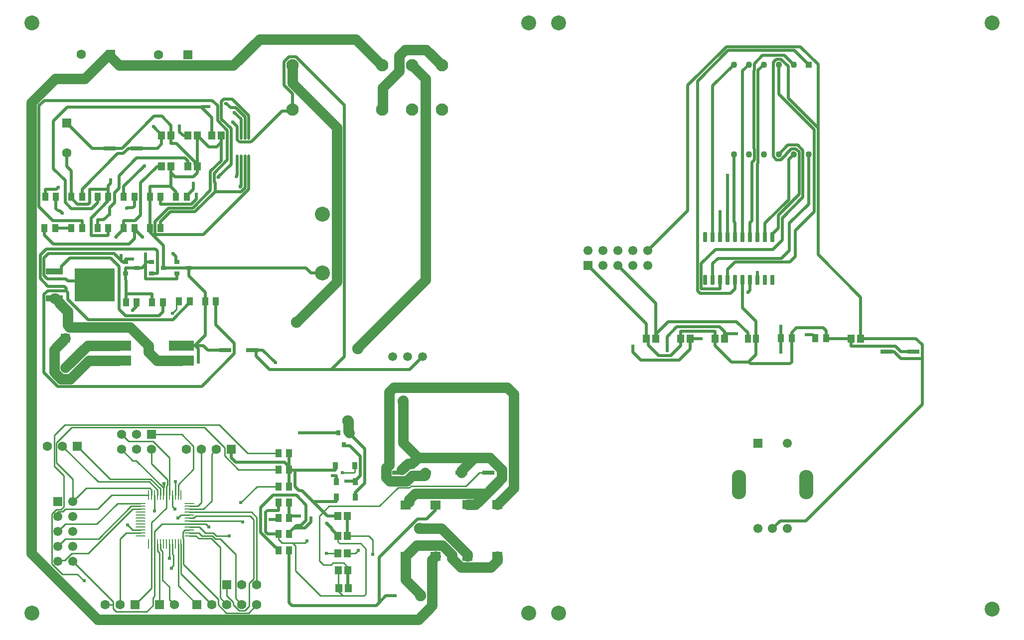
<source format=gtl>
G04*
G04 #@! TF.GenerationSoftware,Altium Limited,Altium Designer,23.2.1 (34)*
G04*
G04 Layer_Physical_Order=1*
G04 Layer_Color=255*
%FSLAX25Y25*%
%MOIN*%
G70*
G04*
G04 #@! TF.SameCoordinates,A037187A-46A6-4B3A-B22B-D3DDD371AF81*
G04*
G04*
G04 #@! TF.FilePolarity,Positive*
G04*
G01*
G75*
%ADD20R,0.04349X0.05339*%
%ADD22R,0.05136X0.05733*%
G04:AMPARAMS|DCode=29|XSize=9.94mil|YSize=65.17mil|CornerRadius=4.97mil|HoleSize=0mil|Usage=FLASHONLY|Rotation=0.000|XOffset=0mil|YOffset=0mil|HoleType=Round|Shape=RoundedRectangle|*
%AMROUNDEDRECTD29*
21,1,0.00994,0.05523,0,0,0.0*
21,1,0.00000,0.06517,0,0,0.0*
1,1,0.00994,0.00000,-0.02761*
1,1,0.00994,0.00000,-0.02761*
1,1,0.00994,0.00000,0.02761*
1,1,0.00994,0.00000,0.02761*
%
%ADD29ROUNDEDRECTD29*%
G04:AMPARAMS|DCode=30|XSize=65.17mil|YSize=9.94mil|CornerRadius=4.97mil|HoleSize=0mil|Usage=FLASHONLY|Rotation=0.000|XOffset=0mil|YOffset=0mil|HoleType=Round|Shape=RoundedRectangle|*
%AMROUNDEDRECTD30*
21,1,0.06517,0.00000,0,0,0.0*
21,1,0.05523,0.00994,0,0,0.0*
1,1,0.00994,0.02761,0.00000*
1,1,0.00994,-0.02761,0.00000*
1,1,0.00994,-0.02761,0.00000*
1,1,0.00994,0.02761,0.00000*
%
%ADD30ROUNDEDRECTD30*%
%ADD31R,0.06517X0.00994*%
%ADD35C,0.06102*%
%ADD36R,0.06102X0.06102*%
G04:AMPARAMS|DCode=37|XSize=94.49mil|YSize=196.85mil|CornerRadius=47.24mil|HoleSize=0mil|Usage=FLASHONLY|Rotation=0.000|XOffset=0mil|YOffset=0mil|HoleType=Round|Shape=RoundedRectangle|*
%AMROUNDEDRECTD37*
21,1,0.09449,0.10236,0,0,0.0*
21,1,0.00000,0.19685,0,0,0.0*
1,1,0.09449,0.00000,-0.05118*
1,1,0.09449,0.00000,-0.05118*
1,1,0.09449,0.00000,0.05118*
1,1,0.09449,0.00000,0.05118*
%
%ADD37ROUNDEDRECTD37*%
%ADD43R,0.06181X0.06181*%
%ADD44C,0.06181*%
%ADD49R,0.04134X0.05709*%
G04:AMPARAMS|DCode=50|XSize=23.62mil|YSize=64.96mil|CornerRadius=2.01mil|HoleSize=0mil|Usage=FLASHONLY|Rotation=0.000|XOffset=0mil|YOffset=0mil|HoleType=Round|Shape=RoundedRectangle|*
%AMROUNDEDRECTD50*
21,1,0.02362,0.06095,0,0,0.0*
21,1,0.01961,0.06496,0,0,0.0*
1,1,0.00402,0.00980,-0.03047*
1,1,0.00402,-0.00980,-0.03047*
1,1,0.00402,-0.00980,0.03047*
1,1,0.00402,0.00980,0.03047*
%
%ADD50ROUNDEDRECTD50*%
%ADD51R,0.07874X0.03150*%
%ADD52R,0.03543X0.03150*%
%ADD53R,0.11221X0.03937*%
%ADD54R,0.27165X0.22244*%
%ADD55R,0.03150X0.03543*%
%ADD56R,0.16811X0.07008*%
%ADD57O,0.01772X0.06693*%
%ADD58R,0.03583X0.04803*%
%ADD59R,0.06693X0.05906*%
%ADD60C,0.02000*%
%ADD61C,0.07000*%
%ADD62C,0.00900*%
%ADD63C,0.04331*%
%ADD64R,0.04331X0.04331*%
%ADD65C,0.10000*%
%ADD66C,0.08268*%
%ADD67R,0.06102X0.06102*%
%ADD68R,0.06299X0.06299*%
%ADD69C,0.06299*%
%ADD70R,0.06299X0.06299*%
%ADD71C,0.05980*%
%ADD72C,0.02400*%
%ADD73C,0.07500*%
D20*
X494401Y193500D02*
D03*
X488883D02*
D03*
D22*
X466989D02*
D03*
X473294D02*
D03*
X443989D02*
D03*
X450294D02*
D03*
X420989D02*
D03*
X427294D02*
D03*
X557989D02*
D03*
X564294D02*
D03*
X214847Y75000D02*
D03*
X221153D02*
D03*
Y50000D02*
D03*
X214847D02*
D03*
X120653Y309000D02*
D03*
X114347D02*
D03*
X103153D02*
D03*
X96847D02*
D03*
X214847Y61500D02*
D03*
X221153D02*
D03*
X215000Y38500D02*
D03*
X221305D02*
D03*
X215347Y26500D02*
D03*
X221653D02*
D03*
X136653Y329500D02*
D03*
X130347D02*
D03*
X120653D02*
D03*
X114347D02*
D03*
X103153D02*
D03*
X96847D02*
D03*
D29*
X88173Y88742D02*
D03*
X90142D02*
D03*
X92110D02*
D03*
X94079D02*
D03*
X96047D02*
D03*
X98016D02*
D03*
X99984D02*
D03*
X101953D02*
D03*
X103921D02*
D03*
X105890D02*
D03*
X107858D02*
D03*
X109827D02*
D03*
Y56258D02*
D03*
X107858D02*
D03*
X105890D02*
D03*
X103921D02*
D03*
X101953D02*
D03*
X99984D02*
D03*
X98016D02*
D03*
X96047D02*
D03*
X94079D02*
D03*
X92110D02*
D03*
X90142D02*
D03*
X88173D02*
D03*
D30*
X115242Y83327D02*
D03*
Y81358D02*
D03*
Y79390D02*
D03*
Y77421D02*
D03*
Y75453D02*
D03*
Y73484D02*
D03*
Y71516D02*
D03*
Y69547D02*
D03*
Y67579D02*
D03*
Y65610D02*
D03*
Y63642D02*
D03*
Y61673D02*
D03*
X82758D02*
D03*
Y63642D02*
D03*
Y65610D02*
D03*
Y67579D02*
D03*
Y69547D02*
D03*
Y71516D02*
D03*
Y73484D02*
D03*
Y75453D02*
D03*
Y77421D02*
D03*
Y79390D02*
D03*
Y81358D02*
D03*
D31*
Y83327D02*
D03*
D35*
X515343Y123559D02*
D03*
X495657Y66472D02*
D03*
X505500D02*
D03*
X515343D02*
D03*
X392142Y242500D02*
D03*
X402142D02*
D03*
X412142D02*
D03*
X422142D02*
D03*
X382142Y252500D02*
D03*
X392142D02*
D03*
X402142D02*
D03*
X412142D02*
D03*
X422142D02*
D03*
X37500Y44500D02*
D03*
Y54500D02*
D03*
Y64500D02*
D03*
Y74500D02*
D03*
Y84500D02*
D03*
X27500Y44500D02*
D03*
Y54500D02*
D03*
Y64500D02*
D03*
Y74500D02*
D03*
D36*
X495657Y123559D02*
D03*
X382142Y242500D02*
D03*
D37*
X483059Y96000D02*
D03*
X527941D02*
D03*
D43*
X90000Y129500D02*
D03*
X95500Y15500D02*
D03*
D44*
X80000Y129500D02*
D03*
X70000D02*
D03*
X90000Y119500D02*
D03*
X80000D02*
D03*
X70000D02*
D03*
X105500Y15500D02*
D03*
D49*
X541283Y194000D02*
D03*
X534000D02*
D03*
X518283D02*
D03*
X511000D02*
D03*
X182142Y94500D02*
D03*
X174858D02*
D03*
X182142Y106000D02*
D03*
X174858D02*
D03*
X125858Y218500D02*
D03*
X133142D02*
D03*
X108358D02*
D03*
X115642D02*
D03*
X90358Y218000D02*
D03*
X97642D02*
D03*
X72858D02*
D03*
X80142D02*
D03*
X182142Y117000D02*
D03*
X174858D02*
D03*
X88858Y267500D02*
D03*
X96142D02*
D03*
X71358D02*
D03*
X78642D02*
D03*
X53858D02*
D03*
X61142D02*
D03*
X36358D02*
D03*
X43642D02*
D03*
X18358D02*
D03*
X25642D02*
D03*
X174858Y84000D02*
D03*
X182142D02*
D03*
X106358Y288500D02*
D03*
X113642D02*
D03*
X88858D02*
D03*
X96142D02*
D03*
X174858Y73500D02*
D03*
X182142D02*
D03*
X174858Y63000D02*
D03*
X182142D02*
D03*
X71358Y288500D02*
D03*
X78642D02*
D03*
X53858D02*
D03*
X61142D02*
D03*
X174858Y52000D02*
D03*
X182142D02*
D03*
X36358Y288500D02*
D03*
X43642D02*
D03*
X18858D02*
D03*
X26142D02*
D03*
D50*
X505500Y261543D02*
D03*
X500500D02*
D03*
X495500D02*
D03*
X490500D02*
D03*
X485500D02*
D03*
X480500D02*
D03*
X475500D02*
D03*
X470500D02*
D03*
X465500D02*
D03*
X460500D02*
D03*
X505500Y233000D02*
D03*
X500500D02*
D03*
X495500D02*
D03*
X490500D02*
D03*
X485500D02*
D03*
X480500D02*
D03*
X475500D02*
D03*
X470500D02*
D03*
X465500D02*
D03*
X460500D02*
D03*
D51*
X581642Y185000D02*
D03*
X599642D02*
D03*
X157500Y186000D02*
D03*
X139500D02*
D03*
X315500Y103835D02*
D03*
X297500D02*
D03*
X273000D02*
D03*
X255000D02*
D03*
X80000Y321000D02*
D03*
X62000D02*
D03*
D52*
X107063Y244740D02*
D03*
Y237260D02*
D03*
X114937Y241000D02*
D03*
X90063Y244740D02*
D03*
Y237260D02*
D03*
X97937Y241000D02*
D03*
X72563Y244740D02*
D03*
Y237260D02*
D03*
X80437Y241000D02*
D03*
D53*
X25177Y238476D02*
D03*
Y220524D02*
D03*
D54*
X51949Y229500D02*
D03*
D55*
X222480Y130500D02*
D03*
X215000D02*
D03*
X218740Y122626D02*
D03*
D56*
X109886Y179000D02*
D03*
Y189000D02*
D03*
X68114D02*
D03*
Y179000D02*
D03*
D57*
X155118Y330000D02*
D03*
X152559D02*
D03*
X150000D02*
D03*
X147441D02*
D03*
X155118Y313465D02*
D03*
X152559D02*
D03*
X150000D02*
D03*
X147441D02*
D03*
D58*
X213063Y108500D02*
D03*
X225937D02*
D03*
X213563Y98005D02*
D03*
X226437D02*
D03*
X213563Y87500D02*
D03*
X226437D02*
D03*
D59*
X321500Y48000D02*
D03*
X301500D02*
D03*
Y82500D02*
D03*
X321500D02*
D03*
X280000Y47835D02*
D03*
X260000D02*
D03*
Y82335D02*
D03*
X280000D02*
D03*
D60*
X186133Y105500D02*
X213063D01*
X182642D02*
X186133D01*
X182142Y106000D02*
X182642Y105500D01*
X139392Y351000D02*
X140108D01*
X143013Y348095D01*
X146223D01*
X152559Y341759D01*
X123908Y349000D02*
X128500D01*
X123408Y348500D02*
X123908Y349000D01*
X535900Y249700D02*
Y334436D01*
Y249700D02*
X564300Y221300D01*
Y205100D02*
Y221300D01*
X402142Y242500D02*
X427294Y217347D01*
X535900Y334436D02*
Y377194D01*
X524094Y389000D02*
X535900Y377194D01*
X474764Y389000D02*
X524094D01*
X448846Y363081D02*
X474764Y389000D01*
X448846Y279204D02*
Y363081D01*
X422142Y252500D02*
X448846Y279204D01*
X455300Y225400D02*
Y366000D01*
X475800Y386500D01*
X520142D01*
X529642Y377000D01*
X508124Y380665D02*
X511160D01*
X515976Y375849D01*
X498793Y383165D02*
X513476D01*
X505976Y378518D02*
X508124Y380665D01*
X493307Y377680D02*
X498793Y383165D01*
X513476D02*
X519642Y377000D01*
X509500Y267610D02*
Y276265D01*
X505500Y263610D02*
X509500Y267610D01*
X514642Y317184D02*
X518124Y320665D01*
X508124Y313335D02*
X511160D01*
X505976Y315482D02*
X508124Y313335D01*
X521160Y320665D02*
X523307Y318518D01*
X505976Y315482D02*
Y378518D01*
X515976Y354359D02*
Y375849D01*
Y354359D02*
X535900Y334436D01*
X511160Y313335D02*
X514642Y316816D01*
Y317184D01*
X525807Y288107D02*
Y319554D01*
X533400Y278600D02*
Y333400D01*
X509642Y317000D02*
X515807Y323165D01*
X529642Y283642D02*
Y317000D01*
X515807Y323165D02*
X522196D01*
X509500Y276265D02*
X523307Y290072D01*
X518124Y320665D02*
X521160D01*
X505500Y261543D02*
Y263610D01*
X512000Y274300D02*
X525807Y288107D01*
X522196Y323165D02*
X525807Y319554D01*
X516800Y270800D02*
X529642Y283642D01*
X523307Y290072D02*
Y318518D01*
X512000Y259400D02*
Y274300D01*
X505800Y253200D02*
X512000Y259400D01*
X500500Y261543D02*
Y270800D01*
X516200Y286500D02*
Y313558D01*
X500500Y270800D02*
X516200Y286500D01*
Y313558D02*
X519642Y317000D01*
X517000Y244700D02*
X520800Y248500D01*
X509642Y357158D02*
X533400Y333400D01*
X520800Y248500D02*
Y266000D01*
X533400Y278600D01*
X480400Y244700D02*
X517000D01*
X509642Y357158D02*
Y377000D01*
X493000Y320700D02*
X493307Y320393D01*
X491600Y311593D02*
X493307Y313300D01*
X493000Y372993D02*
X493307Y373300D01*
Y313300D02*
Y320393D01*
Y373300D02*
Y377680D01*
X495807Y310835D02*
Y373165D01*
X499642Y377000D01*
X493000Y320700D02*
Y372993D01*
X541283Y193500D02*
X557989D01*
X419744Y191956D02*
X422110D01*
X198163Y84500D02*
X213563D01*
X159900Y182000D02*
Y186000D01*
X605600Y180300D02*
Y189400D01*
Y149600D02*
Y180300D01*
X220000Y98300D02*
X226437D01*
X120700Y309000D02*
Y324300D01*
X119200Y189000D02*
X124700D01*
X119000D02*
X119200D01*
X473294Y198106D02*
X474400Y197000D01*
X470000Y201400D02*
X473294Y198106D01*
X182142Y75000D02*
X189000D01*
X86000Y243480D02*
Y245600D01*
Y233500D02*
Y243480D01*
X72563Y246900D02*
X77400D01*
X495500Y233000D02*
Y237800D01*
X490500Y225900D02*
Y233000D01*
X489100Y224500D02*
X490500Y225900D01*
X480500Y227000D02*
Y233000D01*
X477300Y223800D02*
X480500Y227000D01*
X456900Y223800D02*
X477300D01*
X455300Y225400D02*
X456900Y223800D01*
X475500Y233000D02*
Y239800D01*
X480400Y244700D01*
X467300Y253200D02*
X505800D01*
X457800Y243700D02*
X467300Y253200D01*
X457800Y227000D02*
Y243700D01*
Y227000D02*
X470500D01*
Y233000D01*
X465500D02*
Y243700D01*
X469000Y247200D01*
X511400D01*
X516800Y252600D01*
Y270800D01*
X465500Y261543D02*
Y362858D01*
X479642Y377000D01*
X475500Y261543D02*
Y302858D01*
X470500Y261543D02*
Y278400D01*
X479642Y271958D02*
Y317000D01*
Y271958D02*
X480500Y271100D01*
Y261543D02*
Y271100D01*
X485500Y261543D02*
Y372858D01*
X489642Y377000D01*
X495500Y261543D02*
Y310527D01*
X495807Y310835D01*
X490500Y261543D02*
Y271300D01*
X491600Y272400D01*
Y311593D01*
X382142Y242500D02*
X420989Y203653D01*
Y193500D02*
Y203653D01*
X518283Y177917D02*
Y194000D01*
X517112Y176745D02*
X518283Y177917D01*
X490755Y176745D02*
X517112D01*
X489500Y178000D02*
X490755Y176745D01*
X466989Y189000D02*
X477989Y178000D01*
X494401Y182901D02*
Y193500D01*
X489500Y178000D02*
X494401Y182901D01*
X477989Y178000D02*
X489500D01*
X466989Y189000D02*
Y193500D01*
X518283Y194000D02*
Y197636D01*
X521500Y200853D01*
X539330D01*
X541283Y198900D01*
Y194000D02*
Y198900D01*
X494401Y193500D02*
Y205200D01*
X485500Y214101D02*
X494401Y205200D01*
X485500Y214101D02*
Y233000D01*
X422110Y191956D02*
X422433Y191633D01*
Y189267D02*
Y191633D01*
Y189267D02*
X429400Y182300D01*
X437289D01*
X443989Y189000D01*
Y193500D01*
X466989D02*
Y198400D01*
X443989D02*
X466989D01*
X443989Y193500D02*
Y198400D01*
X541283Y193500D02*
Y194000D01*
X557989Y188600D02*
Y193500D01*
Y188600D02*
X587600D01*
X591200Y185000D01*
X599642D01*
X43642Y288500D02*
Y293642D01*
X67379Y317379D01*
X71000D01*
X74621Y321000D01*
X80000D01*
X94000D01*
X96847Y323847D01*
Y329500D01*
X213063Y105500D02*
Y108500D01*
X186133Y94500D02*
Y105500D01*
Y94500D02*
X188718Y91915D01*
X190748D01*
X205017Y77646D01*
X213563Y84500D02*
Y87500D01*
X198163Y84500D02*
X205017Y77646D01*
X207663Y75000D02*
X214847D01*
X205017Y77646D02*
X207663Y75000D01*
X221305Y38500D02*
X221479Y38326D01*
Y26674D02*
Y38326D01*
Y26674D02*
X221653Y26500D01*
X182142Y94500D02*
Y106000D01*
X143500Y113900D02*
Y119500D01*
Y113900D02*
X146500Y110900D01*
X179000D01*
X182142Y107758D01*
Y117000D01*
Y106000D02*
Y106879D01*
X164400Y186000D02*
X173000Y177400D01*
X159900Y186000D02*
X164400D01*
X168900Y173000D02*
X210500D01*
X186796Y382261D02*
X219100Y349958D01*
X182046Y382261D02*
X186796D01*
X157500Y186000D02*
X159900D01*
Y182000D02*
X168900Y173000D01*
X210500D02*
X219100Y181600D01*
Y349958D01*
X178687Y378903D02*
X182046Y382261D01*
X178687Y363100D02*
Y378903D01*
Y363100D02*
X184421Y357366D01*
Y347000D02*
Y357366D01*
X262843Y173000D02*
X271343Y181500D01*
X210500Y173000D02*
X262843D01*
X96847Y329500D02*
Y329798D01*
X91577Y335069D02*
X96847Y329798D01*
X144200Y338500D02*
X147327Y335373D01*
Y332346D02*
Y335373D01*
X183222Y345801D02*
X184421Y347000D01*
X177461Y345801D02*
X183222D01*
X157160Y325500D02*
X177461Y345801D01*
X156594Y325500D02*
X157160D01*
X156148Y325054D02*
X156594Y325500D01*
X148970Y325054D02*
X156148D01*
X147441Y326583D02*
X148970Y325054D01*
X147441Y326583D02*
Y330000D01*
X505500Y66472D02*
X510700Y71672D01*
X527672D01*
X605600Y149600D01*
X581642Y185000D02*
X586700D01*
X591400Y180300D01*
X605600D01*
X601500Y193500D02*
X605600Y189400D01*
X564294Y193500D02*
X601500D01*
X564294Y205094D02*
X564300Y205100D01*
X564294Y193500D02*
Y205094D01*
X155086Y313432D02*
X155118Y313465D01*
X155086Y293515D02*
Y313432D01*
X124617Y263046D02*
X155086Y293515D01*
X93412Y263046D02*
X124617D01*
X92475Y263983D02*
X93412Y263046D01*
X92475Y263983D02*
Y272010D01*
X101465Y281000D01*
X117677D01*
X129500Y292823D01*
Y305361D01*
X136653Y312514D01*
Y325053D01*
X133600Y322000D02*
X136653Y325053D01*
X128200Y322000D02*
X133600D01*
X136653Y325053D02*
Y329500D01*
X120700D02*
X128200Y322000D01*
X120653Y329500D02*
X120700D01*
X167672Y63000D02*
X174858D01*
X166500Y64172D02*
X167672Y63000D01*
X166500Y64172D02*
Y77428D01*
X167672Y78600D01*
X174858D01*
Y84000D01*
X121200Y177800D02*
Y187000D01*
X119200Y189000D02*
X121200Y187000D01*
X119000Y189000D02*
X125858Y195858D01*
X127700Y186000D02*
X139500D01*
X124700Y189000D02*
X127700Y186000D01*
X125858Y195858D02*
Y218500D01*
X109886Y189000D02*
X119000D01*
X125858Y218500D02*
Y224679D01*
X114937Y235600D02*
X125858Y224679D01*
X114937Y235600D02*
Y241000D01*
X97937D02*
X114937D01*
X193300D01*
X196800Y237500D01*
X204500D01*
X97937Y241000D02*
Y255700D01*
X88858Y264779D02*
X97937Y255700D01*
X88858Y264779D02*
Y267500D01*
Y288500D01*
X214847Y61500D02*
Y61798D01*
X213279Y63367D02*
X214847Y61798D01*
X212981Y63367D02*
X213279D01*
X210552Y65795D02*
X212981Y63367D01*
X210552Y65795D02*
Y66650D01*
X207077Y70125D02*
X210552Y66650D01*
X219315Y121854D02*
X222610D01*
X218740Y122429D02*
X219315Y121854D01*
X218740Y122429D02*
Y122626D01*
X226437Y98005D02*
Y98300D01*
Y98615D01*
X229728Y101907D01*
Y114736D01*
X222610Y121854D02*
X229728Y114736D01*
X88858Y288500D02*
Y295600D01*
X102758D01*
X103153Y295206D01*
X105653Y302000D02*
X118153D01*
X120653Y304500D02*
Y309000D01*
X106358Y288500D02*
Y292000D01*
X103153Y295206D02*
X106358Y292000D01*
X103153Y295206D02*
Y304500D01*
Y309000D01*
Y304500D02*
X105653Y302000D01*
X118153D02*
X120653Y304500D01*
Y324300D02*
Y329500D01*
Y324300D02*
X120700D01*
X120653Y309000D02*
X120700D01*
X119085Y310568D02*
X120653Y309000D01*
X119085Y310568D02*
Y311819D01*
X106603Y324300D02*
X119085Y311819D01*
X103153Y324300D02*
X106603D01*
X103153D02*
Y329500D01*
Y336347D01*
X97000Y342500D02*
X103153Y336347D01*
X91800Y342500D02*
X97000D01*
X70300Y321000D02*
X91800Y342500D01*
X62000Y321000D02*
X70300D01*
X50185D02*
X62000D01*
X33500Y337685D02*
X50185Y321000D01*
X255000Y103835D02*
X255575Y104410D01*
X257487D01*
Y105760D01*
X260394Y82335D02*
X262346Y84288D01*
X260000Y82335D02*
X260394D01*
X488883Y193500D02*
Y197517D01*
X481500Y204900D02*
X488883Y197517D01*
X435694Y204900D02*
X481500D01*
X427294Y196500D02*
X435694Y204900D01*
X427294Y193500D02*
Y196500D01*
Y217347D01*
X450294Y186500D02*
Y193500D01*
X443094Y179300D02*
X450294Y186500D01*
X417200Y179300D02*
X443094D01*
X412000Y184500D02*
X417200Y179300D01*
X412000Y184500D02*
Y188500D01*
X450294Y193500D02*
X457700D01*
X511000Y194000D02*
Y202000D01*
Y184500D02*
Y194000D01*
X435000Y185500D02*
Y194900D01*
X441500Y201400D01*
X470000D01*
X528000Y196300D02*
X532487D01*
X473294Y193500D02*
Y198106D01*
X474400Y197000D02*
X481500D01*
X532487Y196300D02*
X534000Y194787D01*
Y194000D02*
Y194787D01*
X53858Y284500D02*
Y288500D01*
X50004Y280646D02*
X53858Y284500D01*
X36260Y280646D02*
X50004D01*
X32200Y284706D02*
X36260Y280646D01*
X32200Y284706D02*
Y299400D01*
X24350Y307250D02*
X32200Y299400D01*
X24350Y307250D02*
Y339050D01*
X33800Y348500D01*
X123408D01*
X152559Y330000D02*
Y341759D01*
X130347Y329500D02*
Y341561D01*
X123408Y348500D02*
X130347Y341561D01*
X221153Y61500D02*
Y75000D01*
X150000Y295500D02*
Y313465D01*
X149500Y295000D02*
X150000Y295500D01*
X62000Y277000D02*
X62108D01*
X62000D02*
Y281242D01*
X68270Y294070D02*
Y302681D01*
X80000Y314411D01*
X112389D01*
X114347Y309000D02*
Y312453D01*
X53858Y267500D02*
Y273100D01*
X58100D01*
X62000Y277000D01*
Y281242D02*
X65300Y284542D01*
Y291100D01*
X68270Y294070D01*
X112389Y314411D02*
X114347Y312453D01*
X222480Y130303D02*
Y130500D01*
Y130303D02*
X232800Y119984D01*
Y97000D02*
Y119984D01*
X226800Y91000D02*
X232800Y97000D01*
X226437Y91000D02*
X226800D01*
X226437Y87500D02*
Y91000D01*
X18358Y262942D02*
Y267500D01*
Y262942D02*
X24300Y257000D01*
X75000D01*
X78642Y260642D01*
Y266713D01*
X83923Y261431D01*
X146700Y301700D02*
X147100Y302500D01*
X78642Y266713D02*
Y267500D01*
X147100Y302500D02*
X147441Y303057D01*
Y313465D01*
X43642Y267500D02*
Y272400D01*
X24000D02*
X43642D01*
X14700Y281700D02*
X24000Y272400D01*
X14700Y281700D02*
Y349500D01*
X18200Y353000D01*
X130828D01*
X134300Y349528D01*
Y339409D02*
Y349528D01*
Y339409D02*
X140721Y332988D01*
Y313047D02*
Y332988D01*
X132000Y304326D02*
X140721Y313047D01*
X132000Y298463D02*
Y304326D01*
Y298463D02*
X132600Y297863D01*
Y292000D02*
Y297863D01*
X102542Y278400D02*
X119000D01*
X152559Y294524D02*
Y313465D01*
X150036Y292000D02*
X152559Y294524D01*
X132600Y292000D02*
X150036D01*
X119000Y278400D02*
X132600Y292000D01*
X96142Y272000D02*
X102542Y278400D01*
X96142Y267500D02*
Y272000D01*
X26142Y280558D02*
Y288500D01*
Y280558D02*
X27556Y279144D01*
X28748D01*
X30392Y277500D01*
X143221Y310221D02*
Y334023D01*
X138382Y353700D02*
X144154D01*
X96142Y283600D02*
Y288500D01*
Y283600D02*
X116600D01*
X120000Y287000D01*
Y290300D01*
X134923Y301423D02*
X135000Y301500D01*
X134500D02*
X135000D01*
X134500D02*
X143221Y310221D01*
X136800Y340444D02*
X143221Y334023D01*
X136800Y340444D02*
Y352118D01*
X138382Y353700D01*
X144154D02*
X155118Y342736D01*
Y330000D02*
Y342736D01*
X150000Y332346D02*
Y340500D01*
X145500Y345000D02*
X150000Y340500D01*
X78642Y282250D02*
Y288500D01*
X18858D02*
Y293400D01*
X26200D01*
X27700Y294900D01*
X73500Y281000D02*
X73577Y281077D01*
X77468D01*
X78642Y282250D01*
X36358Y288500D02*
Y306000D01*
X33500Y308858D02*
X36358Y306000D01*
X33500Y308858D02*
Y318000D01*
X61142Y285742D02*
Y288500D01*
X49900Y274500D02*
X61142Y285742D01*
X49700Y274500D02*
X49900D01*
X49700Y262646D02*
Y274500D01*
Y262646D02*
X60787D01*
X61142Y263000D01*
Y267500D01*
X36358Y287700D02*
Y288500D01*
Y287700D02*
X40413Y283646D01*
X47709D01*
X48700Y284637D01*
Y293600D01*
X61142D01*
X117923Y297423D02*
X118000Y297500D01*
X113642Y289287D02*
X117923Y293569D01*
X61142Y288500D02*
Y293600D01*
Y295900D01*
X62800Y297558D01*
Y299700D01*
X117923Y293569D02*
Y297423D01*
X113642Y288500D02*
Y289287D01*
X34000Y202500D02*
X35172Y201328D01*
X182142Y75000D02*
Y84000D01*
Y73500D02*
Y75000D01*
X189000Y130500D02*
X215000D01*
X25642Y267500D02*
X36358D01*
X72563Y232895D02*
Y237260D01*
Y232895D02*
X72858Y232600D01*
Y223400D02*
Y232600D01*
Y223400D02*
X90358D01*
X72858Y218000D02*
Y223400D01*
X90358Y218000D02*
Y223400D01*
X72563Y237260D02*
Y241000D01*
X80437D01*
X107063Y233500D02*
Y237260D01*
X86000Y233500D02*
X107063D01*
X104192Y250300D02*
X104500Y250500D01*
X80437Y241000D02*
X83520D01*
X86000Y243480D01*
X106291Y245315D02*
Y248600D01*
Y245315D02*
X106866Y244740D01*
X107063D01*
X86860D02*
X90063D01*
X86000Y245600D02*
X86860Y244740D01*
X86000Y245600D02*
Y250300D01*
X104500Y250392D02*
Y250500D01*
Y250392D02*
X106291Y248600D01*
X25177Y238476D02*
X28769D01*
X29737Y239445D01*
Y241737D01*
X35392Y247392D01*
X62703D01*
X68354Y241740D01*
Y213100D02*
Y241740D01*
Y213100D02*
X72626Y208828D01*
X94983D01*
X97642Y211487D01*
Y218000D01*
X133142Y202758D02*
Y218500D01*
Y202758D02*
X145500Y190400D01*
Y183600D02*
Y190400D01*
X123557Y161657D02*
X145500Y183600D01*
X27322Y161657D02*
X123557D01*
X18067Y170913D02*
X27322Y161657D01*
X18067Y170913D02*
Y223113D01*
X20609Y225656D01*
X32844D01*
X32860Y225672D01*
Y227328D01*
X15567Y233783D02*
Y249395D01*
X19672Y253500D02*
X92728D01*
X93900Y252328D01*
Y237260D02*
Y252328D01*
X115642Y217713D02*
Y218500D01*
X104258Y206328D02*
X115642Y217713D01*
X47615Y206328D02*
X104258D01*
X34100Y219843D02*
X47615Y206328D01*
X34100Y219843D02*
Y224400D01*
X32844Y225656D02*
X34100Y224400D01*
X31689Y228500D02*
X32860Y227328D01*
X20850Y228500D02*
X31689D01*
X15567Y233783D02*
X20850Y228500D01*
X15567Y249395D02*
X19672Y253500D01*
X90063Y237260D02*
X93900D01*
X71358Y295358D02*
X85200Y309200D01*
X71358Y288500D02*
Y295358D01*
X111300Y329500D02*
X114347D01*
X108800Y332000D02*
X111300Y329500D01*
X108800Y332000D02*
Y335800D01*
X71358Y266713D02*
Y267500D01*
X66077Y261431D02*
X71358Y266713D01*
Y267500D02*
Y272400D01*
X79000D01*
X82800Y276200D01*
Y297800D01*
X94000Y309000D01*
X96847D01*
X174858Y52000D02*
Y52787D01*
X173791Y53854D02*
X174858Y52787D01*
X173004Y53854D02*
X173791D01*
X163000Y63858D02*
X173004Y53854D01*
X163000Y63858D02*
Y80400D01*
X171500Y88900D01*
X186900D01*
X193500Y82300D01*
Y72000D02*
Y82300D01*
X190100Y68600D02*
X193500Y72000D01*
X186954Y68600D02*
X190100D01*
X185354Y67000D02*
X186954Y68600D01*
X192600Y67000D02*
X196600Y71000D01*
X213563Y98005D02*
Y101700D01*
X182142Y63000D02*
Y63787D01*
X185354Y67000D01*
X192600D01*
X196600Y71000D02*
Y73500D01*
X210900Y101700D02*
X213563D01*
X169577Y72577D02*
X173935D01*
X174858Y73500D01*
X34076Y232024D02*
X49772D01*
X32600Y233500D02*
X34076Y232024D01*
X20453Y233500D02*
X32600D01*
X18067Y235887D02*
X20453Y233500D01*
X18067Y235887D02*
Y247646D01*
X20921Y250500D01*
X64900D01*
X69700Y245700D01*
X70660Y244740D02*
X72563D01*
X69700Y245700D02*
X70660Y244740D01*
X69700Y245700D02*
Y249100D01*
X72563Y244740D02*
Y246900D01*
X80142Y215142D02*
Y218000D01*
X77400Y212400D02*
X80142Y215142D01*
X246700Y21500D02*
X253000D01*
X242200Y17000D02*
X246700Y21500D01*
X242200Y47100D02*
X268000Y72900D01*
X274000D01*
X280000Y78900D01*
Y82335D01*
X182142Y17000D02*
Y52000D01*
Y17000D02*
X184142Y15000D01*
X240200D01*
X242200Y17000D01*
Y47100D01*
D61*
X277750Y14750D02*
Y45585D01*
X53950Y5550D02*
X268550D01*
X277750Y14750D01*
X260000Y32135D02*
Y47835D01*
Y32135D02*
X270000Y22135D01*
X221596Y131385D02*
X222480Y130500D01*
X221500Y138500D02*
X221596Y138404D01*
Y131385D02*
Y138404D01*
X306177Y114000D02*
X316504D01*
X268227D02*
X306177D01*
X61185Y383500D02*
X68335Y376350D01*
X258404Y152096D02*
X258500Y152000D01*
Y123727D02*
Y152000D01*
Y123727D02*
X268227Y114000D01*
X262346Y84288D02*
Y85899D01*
X257487Y105760D02*
X261607Y109880D01*
X264107D01*
X268227Y114000D01*
X316504D02*
X324502Y106001D01*
X314300Y90000D02*
X324502Y100202D01*
X262346Y85899D02*
X266447Y90000D01*
X297500Y103835D02*
Y105323D01*
X306177Y114000D01*
X324502Y100202D02*
Y106001D01*
X266447Y90000D02*
X314300D01*
X301500Y82500D02*
X306800D01*
X314300Y90000D01*
X260000Y47835D02*
X267500Y55335D01*
X284597D01*
X291024Y48909D01*
Y46379D02*
Y48909D01*
Y46379D02*
X297003Y40400D01*
X317006D01*
X321500Y44894D01*
Y48000D01*
X277750Y45585D02*
X280000Y47835D01*
X9700Y49800D02*
X53950Y5550D01*
X9700Y49800D02*
Y351571D01*
X25664Y367536D01*
X45221D01*
X61185Y383500D01*
X68335Y376350D02*
X144773D01*
X162422Y394000D01*
X226685D01*
X244157Y376528D01*
X244500D01*
X273000Y102347D02*
Y103835D01*
X272563Y101910D02*
X273000Y102347D01*
X264243Y101910D02*
X272563D01*
X260594Y98260D02*
X264243Y101910D01*
X249406Y98260D02*
X260594D01*
X247063Y100603D02*
X249406Y98260D01*
X247063Y100603D02*
Y107067D01*
X249000Y109004D01*
Y146464D01*
X321500Y82500D02*
X332400Y93400D01*
Y156551D01*
X328151Y160800D02*
X332400Y156551D01*
X251900Y160800D02*
X328151D01*
X249000Y157900D02*
X251900Y160800D01*
X249000Y146464D02*
Y157900D01*
X264343Y376528D02*
X273500Y367370D01*
Y233000D02*
Y367370D01*
X227996Y187496D02*
X273500Y233000D01*
X269404Y66596D02*
X269500Y66500D01*
X284181D01*
X301500Y49181D01*
Y48000D02*
Y49181D01*
X187000Y204500D02*
X214000Y231500D01*
Y335000D01*
X184421Y364579D02*
X214000Y335000D01*
X184421Y364579D02*
Y376528D01*
X244500Y347000D02*
X244743Y347243D01*
Y361586D01*
X255709Y372552D01*
Y382899D01*
X259809Y387000D01*
X273713D01*
X284185Y376528D01*
X25000Y186343D02*
X32500Y193843D01*
X25000Y171051D02*
Y186343D01*
Y171051D02*
X29393Y166657D01*
X35607D01*
X47945Y178996D01*
X68110D01*
X68114Y179000D01*
X32500Y174157D02*
X47347Y189004D01*
X68110D01*
X68114Y189000D01*
X25177Y220524D02*
X25756D01*
X28819Y217461D01*
Y216882D02*
Y217461D01*
Y216882D02*
X34000Y211701D01*
Y202500D02*
Y211701D01*
X35172Y201328D02*
X75672D01*
X88074Y188926D01*
Y184519D02*
Y188926D01*
Y184519D02*
X93593Y179000D01*
X109886D01*
D62*
X202372Y75000D02*
X205017Y77646D01*
X217900Y21600D02*
X232328D01*
X202893D02*
X217900D01*
X215000Y24500D02*
Y26500D01*
Y38500D01*
X64400Y15500D02*
Y17600D01*
X63400Y88800D02*
X88173D01*
X27500Y77700D02*
X30700D01*
X300394Y95000D02*
X309229Y103835D01*
X315500D01*
X221305Y38500D02*
Y40660D01*
X218566Y43400D02*
X221305Y40660D01*
X211475Y43400D02*
X218566D01*
X210200Y42125D02*
X211475Y43400D01*
X205000Y42125D02*
X210200D01*
X202372Y44754D02*
X205000Y42125D01*
X202372Y44754D02*
Y75000D01*
X262437Y93810D02*
X263627Y95000D01*
X242500Y81400D02*
X254910Y93810D01*
X263627Y95000D02*
X300394D01*
X205017Y77646D02*
X208772Y81400D01*
X242500D01*
X254910Y93810D02*
X262437D01*
X90000Y109792D02*
Y119500D01*
Y109792D02*
X100650Y99142D01*
Y95609D02*
Y99142D01*
X99984Y94944D02*
X100650Y95609D01*
X99984Y88742D02*
Y94944D01*
Y80342D02*
Y88742D01*
X90142Y70500D02*
X99984Y80342D01*
X90142Y56258D02*
Y70500D01*
Y26642D02*
Y56258D01*
X79000Y15500D02*
X90142Y26642D01*
X59000Y15500D02*
Y16187D01*
X37500Y44500D02*
X64400Y17600D01*
Y13000D02*
X66500Y10900D01*
X86800D01*
X90900Y15000D01*
Y20100D02*
X92110Y21310D01*
Y56258D01*
X59000Y15500D02*
X64400D01*
Y13000D02*
Y15500D01*
X90900Y15000D02*
Y20100D01*
X92110Y56258D02*
Y64657D01*
X97000Y69547D01*
X115242D01*
X70000Y119500D02*
X77500Y112000D01*
X79741D01*
X98016Y93725D01*
X98241Y93950D01*
Y96241D01*
X192596Y56796D02*
X193900Y58100D01*
X184504Y56796D02*
X186300Y55000D01*
Y38193D02*
X202893Y21600D01*
X232328D02*
X233500Y22772D01*
X98016Y88742D02*
Y93725D01*
X186300Y38193D02*
Y55000D01*
X230000Y56500D02*
X233500Y53000D01*
X214847Y57653D02*
Y61500D01*
X115242Y69547D02*
X126453D01*
X128500Y67500D01*
X184504Y56796D02*
X192596D01*
X233500Y22772D02*
Y53000D01*
X174858Y59242D02*
Y63000D01*
Y59242D02*
X177304Y56796D01*
X184504D01*
X215000Y26500D02*
X215347D01*
X215000Y24500D02*
X217900Y21600D01*
X216000Y56500D02*
X230000D01*
X214847Y57653D02*
X216000Y56500D01*
X115242Y67579D02*
X122068D01*
X126053Y63594D01*
X131388D01*
X133482Y61500D01*
X142000D01*
X238000Y49200D02*
Y59000D01*
X235500Y61500D02*
X238000Y59000D01*
X221153Y61500D02*
X235500D01*
X206900Y50000D02*
X214847D01*
X103921Y81179D02*
Y88742D01*
Y81179D02*
X105600Y79500D01*
X224664Y103710D02*
X225410D01*
X225937Y104237D02*
Y108500D01*
X221153Y50000D02*
X226200D01*
X228200Y52000D01*
X217615Y103805D02*
X224664Y103710D01*
X225410D02*
X225937Y104237D01*
X27500Y64500D02*
X32500Y69500D01*
X53373D01*
X67200Y83327D01*
X82758D01*
X27500Y54500D02*
X32500Y59500D01*
X54642D01*
X76500Y81358D01*
X82758D01*
X27500Y44500D02*
X28267Y45267D01*
X31901D01*
X36633Y49999D01*
X47828D01*
X77219Y79390D01*
X82758D01*
X40500Y36000D02*
X45000Y31500D01*
X30341Y36000D02*
X40500D01*
X23499Y42843D02*
X30341Y36000D01*
X23499Y42843D02*
Y76157D01*
X26441Y79100D01*
X29546D01*
X31501Y81055D01*
Y101734D01*
X25000Y108234D02*
X31501Y101734D01*
X25000Y108234D02*
Y128913D01*
X32028Y135941D01*
X135409D01*
X154350Y117000D01*
X174858D01*
X69000Y15500D02*
Y59642D01*
X73000Y63642D01*
X82758D01*
X95500Y15500D02*
Y50179D01*
X94079Y51600D02*
X95500Y50179D01*
X94079Y51600D02*
Y56258D01*
X96047Y52653D02*
Y56258D01*
Y52653D02*
X97500Y51200D01*
Y32000D02*
Y51200D01*
Y32000D02*
X102100Y27400D01*
Y18900D02*
Y27400D01*
Y18900D02*
X105500Y15500D01*
X107858Y28142D02*
Y56258D01*
Y28142D02*
X120500Y15500D01*
X109827Y36173D02*
Y56258D01*
Y36173D02*
X130500Y15500D01*
X115242Y61673D02*
X119650D01*
X121573Y59750D01*
X129858D01*
X135900Y53708D01*
Y20100D02*
Y53708D01*
Y20100D02*
X140500Y15500D01*
X115242Y63642D02*
X121550D01*
X123542Y61650D01*
X130645D01*
X132695Y59600D01*
X135900D01*
X146200Y49300D01*
Y19800D02*
Y49300D01*
Y19800D02*
X150500Y15500D01*
X115224Y65592D02*
X115242Y65610D01*
X112243Y65592D02*
X115224D01*
X110934Y64283D02*
X112243Y65592D01*
X110934Y60100D02*
Y64283D01*
Y60100D02*
X111374Y59660D01*
Y42505D02*
Y59660D01*
Y42505D02*
X134700Y19179D01*
Y15361D02*
Y19179D01*
Y15361D02*
X140060Y10000D01*
X155000D01*
X160500Y15500D01*
X140500Y21439D02*
Y29000D01*
Y21439D02*
X144700Y17240D01*
Y15361D02*
Y17240D01*
Y15361D02*
X148660Y11400D01*
X152340D01*
X155311Y14372D01*
Y29750D01*
X158383Y32822D01*
X158500D01*
Y72500D01*
X156000Y75000D02*
X158500Y72500D01*
X119738Y75000D02*
X156000D01*
X118644Y73906D02*
X119738Y75000D01*
X118450Y73906D02*
X118644D01*
X118029Y73484D02*
X118450Y73906D01*
X115242Y73484D02*
X118029D01*
X107800Y73500D02*
X109753Y75453D01*
X115242D01*
Y77421D02*
X157079D01*
X160500Y74000D01*
Y29000D02*
Y74000D01*
X115242Y79390D02*
X124800D01*
X130300Y84890D01*
Y116300D01*
X133500Y119500D01*
X115242Y81358D02*
X121000D01*
X123500Y83858D01*
Y119500D01*
X107858Y88742D02*
Y95800D01*
X118100Y106042D01*
Y121672D01*
X110272Y129500D02*
X118100Y121672D01*
X90000Y129500D02*
X110272D01*
X105890Y97890D02*
X106000Y98000D01*
X105890Y88742D02*
Y97890D01*
X70000Y129500D02*
X74565Y124935D01*
X90986D01*
X102050Y113871D01*
Y95030D02*
Y113871D01*
X101953Y94932D02*
X102050Y95030D01*
X101953Y88742D02*
Y94932D01*
X40500Y121500D02*
X62400Y99600D01*
X89454D01*
X96029Y93025D01*
Y88760D02*
Y93025D01*
Y88760D02*
X96047Y88742D01*
X30500Y121500D02*
X54300Y97700D01*
X88667D01*
X94061Y92306D01*
Y88760D02*
Y92306D01*
Y88760D02*
X94079Y88742D01*
X149800Y83700D02*
X160600Y94500D01*
X92110Y78300D02*
Y88742D01*
X160600Y94500D02*
X174858D01*
X37500Y84500D02*
X46450Y93450D01*
X88980D01*
X90124Y92306D01*
Y88760D02*
Y92306D01*
Y88760D02*
X90142Y88742D01*
X37500Y84500D02*
Y99357D01*
X26400Y110456D02*
X37500Y99357D01*
X26400Y110456D02*
Y123905D01*
X36536Y134041D01*
X125464D01*
X138900Y120604D01*
Y115035D02*
Y120604D01*
Y115035D02*
X147935Y106000D01*
X174858D01*
X27500Y74500D02*
Y77700D01*
X30700D02*
X32500Y79500D01*
X54100D01*
X63400Y88800D01*
X88173Y88742D02*
Y88800D01*
X74000Y69000D02*
X77390Y65610D01*
X82758D01*
X104000Y210500D02*
X106741Y213241D01*
Y216883D01*
X108358Y218500D01*
X101953Y56258D02*
X101971Y56240D01*
Y46029D02*
Y56240D01*
X103500Y40000D02*
Y40406D01*
X104850Y41756D01*
Y48681D01*
X103921Y49609D02*
X104850Y48681D01*
X103921Y49609D02*
Y56258D01*
X115242Y71516D02*
X150578D01*
X151094Y71000D01*
D63*
X529642Y317000D02*
D03*
X519642D02*
D03*
X509642D02*
D03*
X499642D02*
D03*
X489642D02*
D03*
X479642D02*
D03*
Y377000D02*
D03*
X489642D02*
D03*
X499642D02*
D03*
X509642D02*
D03*
X519642D02*
D03*
D64*
X529642D02*
D03*
D65*
X204500Y237500D02*
D03*
Y276870D02*
D03*
X10000Y405000D02*
D03*
X342500D02*
D03*
X362500D02*
D03*
X652500D02*
D03*
Y12500D02*
D03*
X362500Y10000D02*
D03*
X342500D02*
D03*
X10000D02*
D03*
D66*
X184421Y347000D02*
D03*
X244500D02*
D03*
X264343D02*
D03*
X284185D02*
D03*
Y376528D02*
D03*
X264343D02*
D03*
X244500D02*
D03*
X184421D02*
D03*
D67*
X27500Y84500D02*
D03*
D68*
X40500Y121500D02*
D03*
X120500Y15500D02*
D03*
X79000D02*
D03*
X143500Y119500D02*
D03*
X140500Y29000D02*
D03*
X62685Y384000D02*
D03*
X114343Y383500D02*
D03*
D69*
X30500Y121500D02*
D03*
X20500D02*
D03*
X140500Y15500D02*
D03*
X130500D02*
D03*
X150500D02*
D03*
X160500D02*
D03*
X32500Y174157D02*
D03*
X69000Y15500D02*
D03*
X59000D02*
D03*
X133500Y119500D02*
D03*
X123500D02*
D03*
X113500D02*
D03*
X150500Y29000D02*
D03*
X160500D02*
D03*
X33500Y318000D02*
D03*
X43000Y384000D02*
D03*
X94657Y383500D02*
D03*
D70*
X32500Y193843D02*
D03*
X33500Y337685D02*
D03*
D71*
X271343Y181500D02*
D03*
X261500D02*
D03*
X251264D02*
D03*
D72*
X102000Y46500D02*
D03*
X98500Y96500D02*
D03*
X207500Y70000D02*
D03*
X91500Y335500D02*
D03*
X30500Y277500D02*
D03*
X104500Y250500D02*
D03*
X62000Y277000D02*
D03*
X84000Y261500D02*
D03*
X66500D02*
D03*
X149500Y295500D02*
D03*
X147000Y302500D02*
D03*
X135000Y302000D02*
D03*
X140000Y351000D02*
D03*
X128500Y349000D02*
D03*
X169500Y72500D02*
D03*
X151000Y71000D02*
D03*
X495500Y237800D02*
D03*
X489100Y224500D02*
D03*
X475500Y302858D02*
D03*
X470500Y278400D02*
D03*
X173000Y177400D02*
D03*
X144200Y338500D02*
D03*
X193900Y58100D02*
D03*
X128500Y67500D02*
D03*
X121200Y177800D02*
D03*
X220000Y98300D02*
D03*
X249000Y146464D02*
D03*
X412000Y188500D02*
D03*
X457700Y193500D02*
D03*
X511000Y202000D02*
D03*
Y184500D02*
D03*
X435000Y185500D02*
D03*
X481500Y197000D02*
D03*
X528000Y196300D02*
D03*
X142000Y61500D02*
D03*
X238000Y49200D02*
D03*
X206900Y50000D02*
D03*
X105600Y79500D02*
D03*
X228200Y52000D02*
D03*
X217615Y103805D02*
D03*
X120000Y290300D02*
D03*
X145500Y345000D02*
D03*
X27700Y294900D02*
D03*
X73500Y281000D02*
D03*
X45000Y31500D02*
D03*
X107800Y73500D02*
D03*
X106000Y98000D02*
D03*
X149800Y83700D02*
D03*
X92110Y78300D02*
D03*
X62800Y299700D02*
D03*
X118000Y297500D02*
D03*
X189000Y75000D02*
D03*
Y130500D02*
D03*
X86000Y250300D02*
D03*
X74000Y69000D02*
D03*
X104000Y210500D02*
D03*
X85200Y309200D02*
D03*
X108800Y335800D02*
D03*
X103500Y40000D02*
D03*
X196600Y73500D02*
D03*
X210900Y101700D02*
D03*
X69700Y249100D02*
D03*
X77400Y246900D02*
D03*
Y212400D02*
D03*
X253000Y21500D02*
D03*
D73*
X270000D02*
D03*
X269500Y66500D02*
D03*
X258500Y151500D02*
D03*
X221500Y138500D02*
D03*
X228000Y187000D02*
D03*
X187000Y204500D02*
D03*
M02*

</source>
